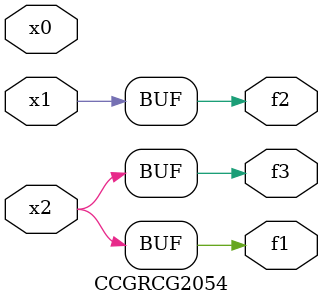
<source format=v>
module CCGRCG2054(
	input x0, x1, x2,
	output f1, f2, f3
);
	assign f1 = x2;
	assign f2 = x1;
	assign f3 = x2;
endmodule

</source>
